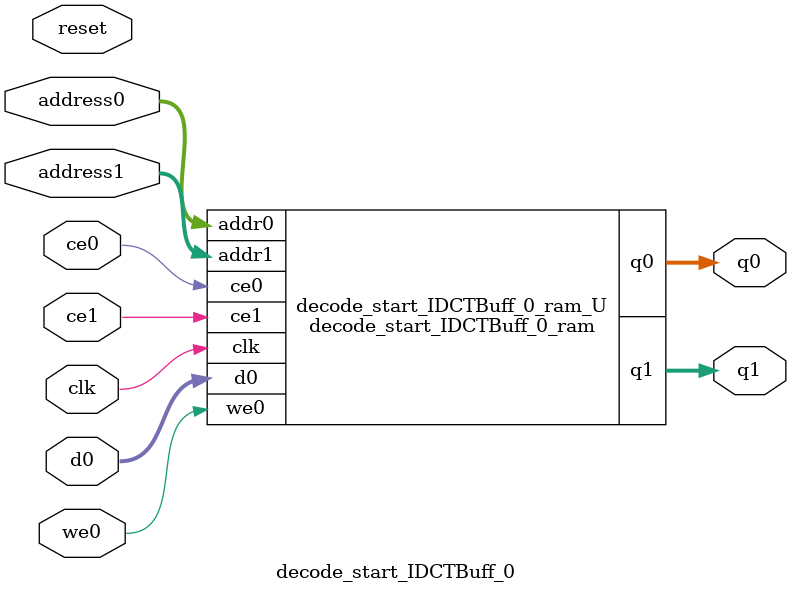
<source format=v>

`timescale 1 ns / 1 ps
module decode_start_IDCTBuff_0_ram (addr0, ce0, d0, we0, q0, addr1, ce1, q1,  clk);

parameter DWIDTH = 32;
parameter AWIDTH = 3;
parameter MEM_SIZE = 6;

input[AWIDTH-1:0] addr0;
input ce0;
input[DWIDTH-1:0] d0;
input we0;
output reg[DWIDTH-1:0] q0;
input[AWIDTH-1:0] addr1;
input ce1;
output reg[DWIDTH-1:0] q1;
input clk;

(* ram_style = "distributed" *)reg [DWIDTH-1:0] ram[MEM_SIZE-1:0];




always @(posedge clk)  
begin 
    if (ce0) 
    begin
        if (we0) 
        begin 
            ram[addr0] <= d0; 
            q0 <= d0;
        end 
        else 
            q0 <= ram[addr0];
    end
end


always @(posedge clk)  
begin 
    if (ce1) 
    begin
            q1 <= ram[addr1];
    end
end


endmodule


`timescale 1 ns / 1 ps
module decode_start_IDCTBuff_0(
    reset,
    clk,
    address0,
    ce0,
    we0,
    d0,
    q0,
    address1,
    ce1,
    q1);

parameter DataWidth = 32'd32;
parameter AddressRange = 32'd6;
parameter AddressWidth = 32'd3;
input reset;
input clk;
input[AddressWidth - 1:0] address0;
input ce0;
input we0;
input[DataWidth - 1:0] d0;
output[DataWidth - 1:0] q0;
input[AddressWidth - 1:0] address1;
input ce1;
output[DataWidth - 1:0] q1;



decode_start_IDCTBuff_0_ram decode_start_IDCTBuff_0_ram_U(
    .clk( clk ),
    .addr0( address0 ),
    .ce0( ce0 ),
    .d0( d0 ),
    .we0( we0 ),
    .q0( q0 ),
    .addr1( address1 ),
    .ce1( ce1 ),
    .q1( q1 ));

endmodule


</source>
